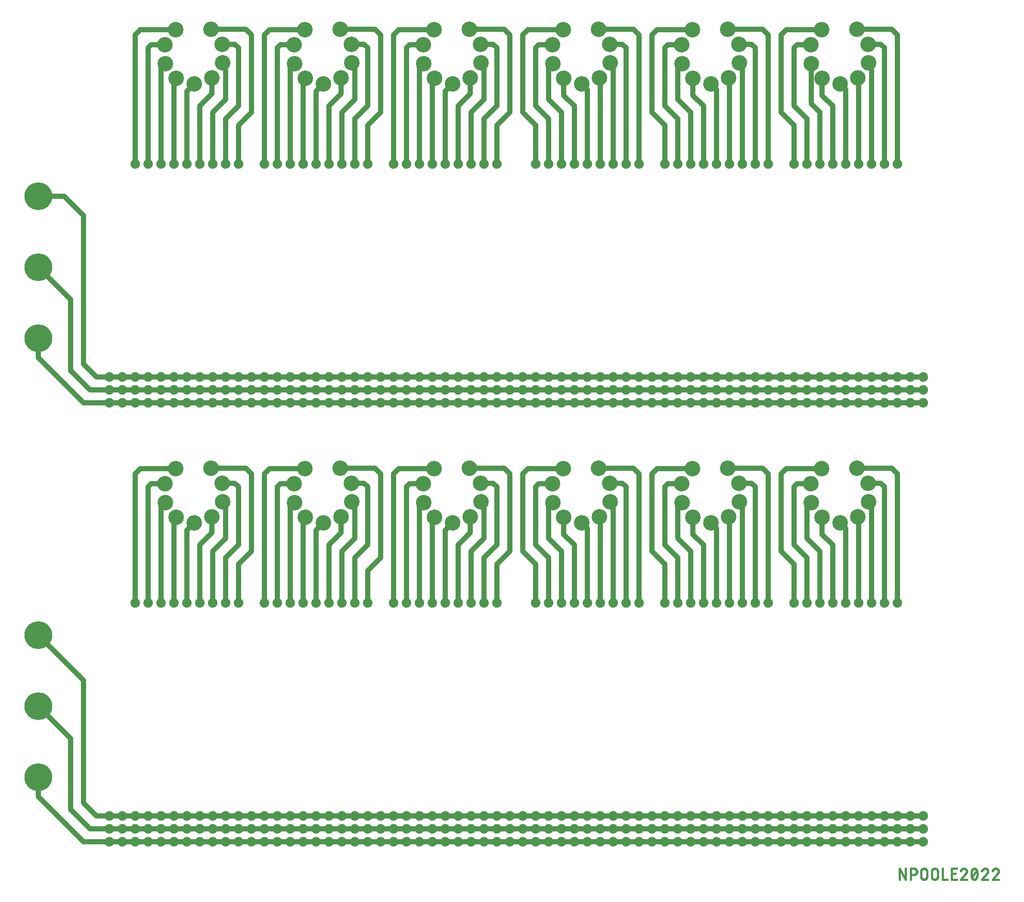
<source format=gtl>
G04 EAGLE Gerber RS-274X export*
G75*
%MOMM*%
%FSLAX34Y34*%
%LPD*%
%INTop Copper*%
%IPPOS*%
%AMOC8*
5,1,8,0,0,1.08239X$1,22.5*%
G01*
%ADD10C,0.381000*%
%ADD11C,3.048000*%
%ADD12C,1.879600*%
%ADD13C,5.461000*%
%ADD14C,1.016000*%
%ADD15C,0.508000*%


D10*
X1820184Y14605D02*
X1820184Y36195D01*
X1832179Y14605D01*
X1832179Y36195D01*
X1842758Y36195D02*
X1842758Y14605D01*
X1842758Y36195D02*
X1848755Y36195D01*
X1848908Y36193D01*
X1849061Y36187D01*
X1849214Y36177D01*
X1849367Y36164D01*
X1849519Y36146D01*
X1849670Y36125D01*
X1849821Y36099D01*
X1849972Y36070D01*
X1850121Y36037D01*
X1850270Y36000D01*
X1850418Y35960D01*
X1850564Y35916D01*
X1850710Y35867D01*
X1850854Y35816D01*
X1850997Y35760D01*
X1851138Y35701D01*
X1851278Y35639D01*
X1851416Y35572D01*
X1851552Y35503D01*
X1851687Y35429D01*
X1851820Y35353D01*
X1851950Y35273D01*
X1852079Y35190D01*
X1852205Y35103D01*
X1852329Y35013D01*
X1852451Y34921D01*
X1852571Y34825D01*
X1852687Y34726D01*
X1852802Y34624D01*
X1852914Y34519D01*
X1853023Y34411D01*
X1853129Y34301D01*
X1853232Y34188D01*
X1853333Y34072D01*
X1853430Y33954D01*
X1853524Y33834D01*
X1853616Y33711D01*
X1853704Y33585D01*
X1853789Y33458D01*
X1853870Y33328D01*
X1853949Y33197D01*
X1854023Y33063D01*
X1854095Y32927D01*
X1854163Y32790D01*
X1854227Y32651D01*
X1854288Y32511D01*
X1854345Y32369D01*
X1854399Y32225D01*
X1854449Y32080D01*
X1854495Y31934D01*
X1854538Y31787D01*
X1854576Y31639D01*
X1854611Y31490D01*
X1854642Y31340D01*
X1854670Y31189D01*
X1854693Y31038D01*
X1854712Y30886D01*
X1854728Y30733D01*
X1854740Y30581D01*
X1854748Y30428D01*
X1854752Y30275D01*
X1854752Y30121D01*
X1854748Y29968D01*
X1854740Y29815D01*
X1854728Y29663D01*
X1854712Y29510D01*
X1854693Y29358D01*
X1854670Y29207D01*
X1854642Y29056D01*
X1854611Y28906D01*
X1854576Y28757D01*
X1854538Y28609D01*
X1854495Y28462D01*
X1854449Y28316D01*
X1854399Y28171D01*
X1854345Y28027D01*
X1854288Y27885D01*
X1854227Y27745D01*
X1854163Y27606D01*
X1854095Y27469D01*
X1854023Y27333D01*
X1853949Y27200D01*
X1853870Y27068D01*
X1853789Y26938D01*
X1853704Y26811D01*
X1853616Y26685D01*
X1853524Y26562D01*
X1853430Y26442D01*
X1853333Y26324D01*
X1853232Y26208D01*
X1853129Y26095D01*
X1853023Y25985D01*
X1852914Y25877D01*
X1852802Y25772D01*
X1852687Y25670D01*
X1852571Y25571D01*
X1852451Y25475D01*
X1852329Y25383D01*
X1852205Y25293D01*
X1852079Y25206D01*
X1851950Y25123D01*
X1851820Y25043D01*
X1851687Y24967D01*
X1851552Y24893D01*
X1851416Y24824D01*
X1851278Y24757D01*
X1851138Y24695D01*
X1850997Y24636D01*
X1850854Y24580D01*
X1850710Y24529D01*
X1850564Y24480D01*
X1850418Y24436D01*
X1850270Y24396D01*
X1850121Y24359D01*
X1849972Y24326D01*
X1849821Y24297D01*
X1849670Y24271D01*
X1849519Y24250D01*
X1849367Y24232D01*
X1849214Y24219D01*
X1849061Y24209D01*
X1848908Y24203D01*
X1848755Y24201D01*
X1842758Y24201D01*
X1862638Y20602D02*
X1862638Y30198D01*
X1862640Y30351D01*
X1862646Y30504D01*
X1862656Y30657D01*
X1862669Y30810D01*
X1862687Y30962D01*
X1862708Y31113D01*
X1862734Y31264D01*
X1862763Y31415D01*
X1862796Y31564D01*
X1862833Y31713D01*
X1862873Y31861D01*
X1862917Y32007D01*
X1862966Y32153D01*
X1863017Y32297D01*
X1863073Y32440D01*
X1863132Y32581D01*
X1863194Y32721D01*
X1863261Y32859D01*
X1863330Y32995D01*
X1863404Y33130D01*
X1863480Y33263D01*
X1863560Y33393D01*
X1863643Y33522D01*
X1863730Y33648D01*
X1863820Y33772D01*
X1863912Y33894D01*
X1864008Y34014D01*
X1864107Y34130D01*
X1864209Y34245D01*
X1864314Y34357D01*
X1864422Y34466D01*
X1864532Y34572D01*
X1864645Y34675D01*
X1864761Y34776D01*
X1864879Y34873D01*
X1864999Y34967D01*
X1865122Y35059D01*
X1865248Y35147D01*
X1865375Y35232D01*
X1865505Y35313D01*
X1865637Y35392D01*
X1865770Y35466D01*
X1865906Y35538D01*
X1866043Y35606D01*
X1866182Y35670D01*
X1866322Y35731D01*
X1866464Y35788D01*
X1866608Y35842D01*
X1866753Y35892D01*
X1866899Y35938D01*
X1867046Y35981D01*
X1867194Y36019D01*
X1867343Y36054D01*
X1867493Y36085D01*
X1867644Y36113D01*
X1867795Y36136D01*
X1867947Y36155D01*
X1868100Y36171D01*
X1868252Y36183D01*
X1868405Y36191D01*
X1868558Y36195D01*
X1868712Y36195D01*
X1868865Y36191D01*
X1869018Y36183D01*
X1869170Y36171D01*
X1869323Y36155D01*
X1869475Y36136D01*
X1869626Y36113D01*
X1869777Y36085D01*
X1869927Y36054D01*
X1870076Y36019D01*
X1870224Y35981D01*
X1870371Y35938D01*
X1870517Y35892D01*
X1870662Y35842D01*
X1870806Y35788D01*
X1870948Y35731D01*
X1871088Y35670D01*
X1871227Y35606D01*
X1871364Y35538D01*
X1871500Y35466D01*
X1871634Y35392D01*
X1871765Y35313D01*
X1871895Y35232D01*
X1872022Y35147D01*
X1872148Y35059D01*
X1872271Y34967D01*
X1872391Y34873D01*
X1872509Y34776D01*
X1872625Y34675D01*
X1872738Y34572D01*
X1872848Y34466D01*
X1872956Y34357D01*
X1873061Y34245D01*
X1873163Y34130D01*
X1873262Y34014D01*
X1873358Y33894D01*
X1873450Y33772D01*
X1873540Y33648D01*
X1873627Y33522D01*
X1873710Y33393D01*
X1873790Y33263D01*
X1873866Y33130D01*
X1873940Y32995D01*
X1874009Y32859D01*
X1874076Y32721D01*
X1874138Y32581D01*
X1874197Y32440D01*
X1874253Y32297D01*
X1874304Y32153D01*
X1874353Y32007D01*
X1874397Y31861D01*
X1874437Y31713D01*
X1874474Y31564D01*
X1874507Y31415D01*
X1874536Y31264D01*
X1874562Y31113D01*
X1874583Y30962D01*
X1874601Y30810D01*
X1874614Y30657D01*
X1874624Y30504D01*
X1874630Y30351D01*
X1874632Y30198D01*
X1874632Y20602D01*
X1874630Y20449D01*
X1874624Y20296D01*
X1874614Y20143D01*
X1874601Y19990D01*
X1874583Y19838D01*
X1874562Y19687D01*
X1874536Y19536D01*
X1874507Y19385D01*
X1874474Y19236D01*
X1874437Y19087D01*
X1874397Y18939D01*
X1874353Y18793D01*
X1874304Y18647D01*
X1874253Y18503D01*
X1874197Y18360D01*
X1874138Y18219D01*
X1874076Y18079D01*
X1874009Y17941D01*
X1873940Y17805D01*
X1873866Y17670D01*
X1873790Y17537D01*
X1873710Y17407D01*
X1873627Y17278D01*
X1873540Y17152D01*
X1873450Y17028D01*
X1873358Y16906D01*
X1873262Y16786D01*
X1873163Y16670D01*
X1873061Y16555D01*
X1872956Y16443D01*
X1872848Y16334D01*
X1872738Y16228D01*
X1872625Y16125D01*
X1872509Y16024D01*
X1872391Y15927D01*
X1872271Y15833D01*
X1872148Y15741D01*
X1872022Y15653D01*
X1871895Y15568D01*
X1871765Y15487D01*
X1871634Y15408D01*
X1871500Y15334D01*
X1871364Y15262D01*
X1871227Y15194D01*
X1871088Y15130D01*
X1870948Y15069D01*
X1870806Y15012D01*
X1870662Y14958D01*
X1870517Y14908D01*
X1870371Y14862D01*
X1870224Y14819D01*
X1870076Y14781D01*
X1869927Y14746D01*
X1869777Y14715D01*
X1869626Y14687D01*
X1869475Y14664D01*
X1869323Y14645D01*
X1869170Y14629D01*
X1869018Y14617D01*
X1868865Y14609D01*
X1868712Y14605D01*
X1868558Y14605D01*
X1868405Y14609D01*
X1868252Y14617D01*
X1868100Y14629D01*
X1867947Y14645D01*
X1867795Y14664D01*
X1867644Y14687D01*
X1867493Y14715D01*
X1867343Y14746D01*
X1867194Y14781D01*
X1867046Y14819D01*
X1866899Y14862D01*
X1866753Y14908D01*
X1866608Y14958D01*
X1866464Y15012D01*
X1866322Y15069D01*
X1866182Y15130D01*
X1866043Y15194D01*
X1865906Y15262D01*
X1865770Y15334D01*
X1865637Y15408D01*
X1865505Y15487D01*
X1865375Y15568D01*
X1865248Y15653D01*
X1865122Y15741D01*
X1864999Y15833D01*
X1864879Y15927D01*
X1864761Y16024D01*
X1864645Y16125D01*
X1864532Y16228D01*
X1864422Y16334D01*
X1864314Y16443D01*
X1864209Y16555D01*
X1864107Y16670D01*
X1864008Y16786D01*
X1863912Y16906D01*
X1863820Y17028D01*
X1863730Y17152D01*
X1863643Y17278D01*
X1863560Y17407D01*
X1863480Y17537D01*
X1863404Y17670D01*
X1863330Y17805D01*
X1863261Y17941D01*
X1863194Y18079D01*
X1863132Y18219D01*
X1863073Y18360D01*
X1863017Y18503D01*
X1862966Y18647D01*
X1862917Y18793D01*
X1862873Y18939D01*
X1862833Y19087D01*
X1862796Y19236D01*
X1862763Y19385D01*
X1862734Y19536D01*
X1862708Y19687D01*
X1862687Y19838D01*
X1862669Y19990D01*
X1862656Y20143D01*
X1862646Y20296D01*
X1862640Y20449D01*
X1862638Y20602D01*
X1883517Y20602D02*
X1883517Y30198D01*
X1883519Y30351D01*
X1883525Y30504D01*
X1883535Y30657D01*
X1883548Y30810D01*
X1883566Y30962D01*
X1883587Y31113D01*
X1883613Y31264D01*
X1883642Y31415D01*
X1883675Y31564D01*
X1883712Y31713D01*
X1883752Y31861D01*
X1883796Y32007D01*
X1883845Y32153D01*
X1883896Y32297D01*
X1883952Y32440D01*
X1884011Y32581D01*
X1884073Y32721D01*
X1884140Y32859D01*
X1884209Y32995D01*
X1884283Y33130D01*
X1884359Y33263D01*
X1884439Y33393D01*
X1884522Y33522D01*
X1884609Y33648D01*
X1884699Y33772D01*
X1884791Y33894D01*
X1884887Y34014D01*
X1884986Y34130D01*
X1885088Y34245D01*
X1885193Y34357D01*
X1885301Y34466D01*
X1885411Y34572D01*
X1885524Y34675D01*
X1885640Y34776D01*
X1885758Y34873D01*
X1885878Y34967D01*
X1886001Y35059D01*
X1886127Y35147D01*
X1886254Y35232D01*
X1886384Y35313D01*
X1886516Y35392D01*
X1886649Y35466D01*
X1886785Y35538D01*
X1886922Y35606D01*
X1887061Y35670D01*
X1887201Y35731D01*
X1887343Y35788D01*
X1887487Y35842D01*
X1887632Y35892D01*
X1887778Y35938D01*
X1887925Y35981D01*
X1888073Y36019D01*
X1888222Y36054D01*
X1888372Y36085D01*
X1888523Y36113D01*
X1888674Y36136D01*
X1888826Y36155D01*
X1888979Y36171D01*
X1889131Y36183D01*
X1889284Y36191D01*
X1889437Y36195D01*
X1889591Y36195D01*
X1889744Y36191D01*
X1889897Y36183D01*
X1890049Y36171D01*
X1890202Y36155D01*
X1890354Y36136D01*
X1890505Y36113D01*
X1890656Y36085D01*
X1890806Y36054D01*
X1890955Y36019D01*
X1891103Y35981D01*
X1891250Y35938D01*
X1891396Y35892D01*
X1891541Y35842D01*
X1891685Y35788D01*
X1891827Y35731D01*
X1891967Y35670D01*
X1892106Y35606D01*
X1892243Y35538D01*
X1892379Y35466D01*
X1892513Y35392D01*
X1892644Y35313D01*
X1892774Y35232D01*
X1892901Y35147D01*
X1893027Y35059D01*
X1893150Y34967D01*
X1893270Y34873D01*
X1893388Y34776D01*
X1893504Y34675D01*
X1893617Y34572D01*
X1893727Y34466D01*
X1893835Y34357D01*
X1893940Y34245D01*
X1894042Y34130D01*
X1894141Y34014D01*
X1894237Y33894D01*
X1894329Y33772D01*
X1894419Y33648D01*
X1894506Y33522D01*
X1894589Y33393D01*
X1894669Y33263D01*
X1894745Y33130D01*
X1894819Y32995D01*
X1894888Y32859D01*
X1894955Y32721D01*
X1895017Y32581D01*
X1895076Y32440D01*
X1895132Y32297D01*
X1895183Y32153D01*
X1895232Y32007D01*
X1895276Y31861D01*
X1895316Y31713D01*
X1895353Y31564D01*
X1895386Y31415D01*
X1895415Y31264D01*
X1895441Y31113D01*
X1895462Y30962D01*
X1895480Y30810D01*
X1895493Y30657D01*
X1895503Y30504D01*
X1895509Y30351D01*
X1895511Y30198D01*
X1895511Y20602D01*
X1895509Y20449D01*
X1895503Y20296D01*
X1895493Y20143D01*
X1895480Y19990D01*
X1895462Y19838D01*
X1895441Y19687D01*
X1895415Y19536D01*
X1895386Y19385D01*
X1895353Y19236D01*
X1895316Y19087D01*
X1895276Y18939D01*
X1895232Y18793D01*
X1895183Y18647D01*
X1895132Y18503D01*
X1895076Y18360D01*
X1895017Y18219D01*
X1894955Y18079D01*
X1894888Y17941D01*
X1894819Y17805D01*
X1894745Y17670D01*
X1894669Y17537D01*
X1894589Y17407D01*
X1894506Y17278D01*
X1894419Y17152D01*
X1894329Y17028D01*
X1894237Y16906D01*
X1894141Y16786D01*
X1894042Y16670D01*
X1893940Y16555D01*
X1893835Y16443D01*
X1893727Y16334D01*
X1893617Y16228D01*
X1893504Y16125D01*
X1893388Y16024D01*
X1893270Y15927D01*
X1893150Y15833D01*
X1893027Y15741D01*
X1892901Y15653D01*
X1892774Y15568D01*
X1892644Y15487D01*
X1892513Y15408D01*
X1892379Y15334D01*
X1892243Y15262D01*
X1892106Y15194D01*
X1891967Y15130D01*
X1891827Y15069D01*
X1891685Y15012D01*
X1891541Y14958D01*
X1891396Y14908D01*
X1891250Y14862D01*
X1891103Y14819D01*
X1890955Y14781D01*
X1890806Y14746D01*
X1890656Y14715D01*
X1890505Y14687D01*
X1890354Y14664D01*
X1890202Y14645D01*
X1890049Y14629D01*
X1889897Y14617D01*
X1889744Y14609D01*
X1889591Y14605D01*
X1889437Y14605D01*
X1889284Y14609D01*
X1889131Y14617D01*
X1888979Y14629D01*
X1888826Y14645D01*
X1888674Y14664D01*
X1888523Y14687D01*
X1888372Y14715D01*
X1888222Y14746D01*
X1888073Y14781D01*
X1887925Y14819D01*
X1887778Y14862D01*
X1887632Y14908D01*
X1887487Y14958D01*
X1887343Y15012D01*
X1887201Y15069D01*
X1887061Y15130D01*
X1886922Y15194D01*
X1886785Y15262D01*
X1886649Y15334D01*
X1886516Y15408D01*
X1886384Y15487D01*
X1886254Y15568D01*
X1886127Y15653D01*
X1886001Y15741D01*
X1885878Y15833D01*
X1885758Y15927D01*
X1885640Y16024D01*
X1885524Y16125D01*
X1885411Y16228D01*
X1885301Y16334D01*
X1885193Y16443D01*
X1885088Y16555D01*
X1884986Y16670D01*
X1884887Y16786D01*
X1884791Y16906D01*
X1884699Y17028D01*
X1884609Y17152D01*
X1884522Y17278D01*
X1884439Y17407D01*
X1884359Y17537D01*
X1884283Y17670D01*
X1884209Y17805D01*
X1884140Y17941D01*
X1884073Y18079D01*
X1884011Y18219D01*
X1883952Y18360D01*
X1883896Y18503D01*
X1883845Y18647D01*
X1883796Y18793D01*
X1883752Y18939D01*
X1883712Y19087D01*
X1883675Y19236D01*
X1883642Y19385D01*
X1883613Y19536D01*
X1883587Y19687D01*
X1883566Y19838D01*
X1883548Y19990D01*
X1883535Y20143D01*
X1883525Y20296D01*
X1883519Y20449D01*
X1883517Y20602D01*
X1905141Y14605D02*
X1905141Y36195D01*
X1905141Y14605D02*
X1914737Y14605D01*
X1923236Y14605D02*
X1932832Y14605D01*
X1923236Y14605D02*
X1923236Y36195D01*
X1932832Y36195D01*
X1930433Y26599D02*
X1923236Y26599D01*
X1947182Y36195D02*
X1947328Y36193D01*
X1947474Y36187D01*
X1947620Y36177D01*
X1947766Y36163D01*
X1947911Y36146D01*
X1948055Y36124D01*
X1948199Y36098D01*
X1948342Y36069D01*
X1948485Y36035D01*
X1948626Y35998D01*
X1948766Y35957D01*
X1948906Y35912D01*
X1949043Y35864D01*
X1949180Y35812D01*
X1949315Y35756D01*
X1949449Y35696D01*
X1949580Y35633D01*
X1949710Y35566D01*
X1949839Y35496D01*
X1949965Y35422D01*
X1950089Y35345D01*
X1950211Y35265D01*
X1950331Y35181D01*
X1950449Y35094D01*
X1950564Y35004D01*
X1950677Y34911D01*
X1950787Y34815D01*
X1950894Y34716D01*
X1950999Y34614D01*
X1951101Y34509D01*
X1951200Y34402D01*
X1951296Y34292D01*
X1951389Y34179D01*
X1951479Y34064D01*
X1951566Y33946D01*
X1951650Y33826D01*
X1951730Y33704D01*
X1951807Y33580D01*
X1951881Y33454D01*
X1951951Y33325D01*
X1952018Y33195D01*
X1952081Y33064D01*
X1952141Y32930D01*
X1952197Y32795D01*
X1952249Y32658D01*
X1952297Y32521D01*
X1952342Y32381D01*
X1952383Y32241D01*
X1952420Y32100D01*
X1952454Y31957D01*
X1952483Y31814D01*
X1952509Y31670D01*
X1952531Y31526D01*
X1952548Y31381D01*
X1952562Y31235D01*
X1952572Y31089D01*
X1952578Y30943D01*
X1952580Y30797D01*
X1947182Y36195D02*
X1947014Y36193D01*
X1946847Y36187D01*
X1946679Y36177D01*
X1946512Y36163D01*
X1946346Y36144D01*
X1946179Y36122D01*
X1946014Y36096D01*
X1945849Y36066D01*
X1945685Y36031D01*
X1945521Y35993D01*
X1945359Y35951D01*
X1945198Y35905D01*
X1945038Y35855D01*
X1944879Y35801D01*
X1944721Y35744D01*
X1944565Y35682D01*
X1944411Y35617D01*
X1944258Y35548D01*
X1944107Y35476D01*
X1943957Y35400D01*
X1943810Y35320D01*
X1943664Y35236D01*
X1943521Y35150D01*
X1943380Y35059D01*
X1943240Y34966D01*
X1943104Y34869D01*
X1942969Y34769D01*
X1942837Y34665D01*
X1942708Y34558D01*
X1942581Y34449D01*
X1942457Y34336D01*
X1942336Y34220D01*
X1942217Y34101D01*
X1942101Y33980D01*
X1941989Y33856D01*
X1941879Y33729D01*
X1941773Y33599D01*
X1941669Y33467D01*
X1941569Y33333D01*
X1941473Y33196D01*
X1941379Y33057D01*
X1941289Y32915D01*
X1941202Y32772D01*
X1941119Y32626D01*
X1941040Y32478D01*
X1940964Y32329D01*
X1940891Y32178D01*
X1940823Y32025D01*
X1940758Y31870D01*
X1940696Y31714D01*
X1940639Y31556D01*
X1940585Y31397D01*
X1950780Y26599D02*
X1950888Y26705D01*
X1950994Y26814D01*
X1951096Y26925D01*
X1951196Y27039D01*
X1951293Y27156D01*
X1951386Y27275D01*
X1951477Y27396D01*
X1951564Y27520D01*
X1951648Y27646D01*
X1951728Y27774D01*
X1951806Y27904D01*
X1951880Y28036D01*
X1951950Y28171D01*
X1952017Y28306D01*
X1952080Y28444D01*
X1952140Y28583D01*
X1952196Y28724D01*
X1952248Y28866D01*
X1952297Y29009D01*
X1952341Y29154D01*
X1952382Y29300D01*
X1952420Y29447D01*
X1952453Y29594D01*
X1952482Y29743D01*
X1952508Y29892D01*
X1952530Y30042D01*
X1952547Y30192D01*
X1952561Y30343D01*
X1952571Y30494D01*
X1952577Y30646D01*
X1952579Y30797D01*
X1950780Y26599D02*
X1940585Y14605D01*
X1952580Y14605D01*
X1961464Y25400D02*
X1961469Y25825D01*
X1961484Y26249D01*
X1961510Y26673D01*
X1961545Y27096D01*
X1961591Y27519D01*
X1961646Y27940D01*
X1961712Y28359D01*
X1961788Y28777D01*
X1961873Y29193D01*
X1961969Y29607D01*
X1962074Y30019D01*
X1962189Y30428D01*
X1962314Y30834D01*
X1962449Y31237D01*
X1962593Y31636D01*
X1962746Y32032D01*
X1962909Y32424D01*
X1963082Y32812D01*
X1963263Y33196D01*
X1963307Y33320D01*
X1963355Y33442D01*
X1963407Y33562D01*
X1963462Y33681D01*
X1963520Y33798D01*
X1963582Y33914D01*
X1963648Y34027D01*
X1963716Y34139D01*
X1963788Y34249D01*
X1963864Y34356D01*
X1963942Y34461D01*
X1964023Y34564D01*
X1964108Y34664D01*
X1964195Y34762D01*
X1964285Y34857D01*
X1964378Y34949D01*
X1964474Y35039D01*
X1964572Y35126D01*
X1964673Y35210D01*
X1964776Y35291D01*
X1964881Y35368D01*
X1964989Y35443D01*
X1965099Y35514D01*
X1965211Y35582D01*
X1965325Y35647D01*
X1965441Y35709D01*
X1965558Y35767D01*
X1965678Y35821D01*
X1965799Y35872D01*
X1965921Y35919D01*
X1966044Y35963D01*
X1966169Y36003D01*
X1966295Y36039D01*
X1966422Y36072D01*
X1966550Y36100D01*
X1966679Y36125D01*
X1966808Y36147D01*
X1966938Y36164D01*
X1967068Y36178D01*
X1967199Y36187D01*
X1967330Y36193D01*
X1967461Y36195D01*
X1967592Y36193D01*
X1967723Y36187D01*
X1967854Y36178D01*
X1967984Y36164D01*
X1968114Y36147D01*
X1968243Y36125D01*
X1968372Y36100D01*
X1968500Y36072D01*
X1968627Y36039D01*
X1968753Y36003D01*
X1968878Y35963D01*
X1969001Y35919D01*
X1969123Y35872D01*
X1969244Y35821D01*
X1969364Y35767D01*
X1969481Y35709D01*
X1969597Y35647D01*
X1969711Y35582D01*
X1969823Y35514D01*
X1969933Y35443D01*
X1970041Y35368D01*
X1970146Y35291D01*
X1970249Y35210D01*
X1970350Y35126D01*
X1970448Y35039D01*
X1970544Y34949D01*
X1970637Y34857D01*
X1970727Y34762D01*
X1970814Y34664D01*
X1970899Y34564D01*
X1970980Y34461D01*
X1971058Y34356D01*
X1971134Y34249D01*
X1971206Y34139D01*
X1971274Y34027D01*
X1971340Y33914D01*
X1971402Y33798D01*
X1971460Y33681D01*
X1971515Y33562D01*
X1971567Y33442D01*
X1971615Y33320D01*
X1971659Y33196D01*
X1971660Y33197D02*
X1971841Y32813D01*
X1972014Y32424D01*
X1972177Y32032D01*
X1972330Y31636D01*
X1972474Y31237D01*
X1972609Y30834D01*
X1972734Y30428D01*
X1972849Y30019D01*
X1972954Y29607D01*
X1973050Y29194D01*
X1973135Y28777D01*
X1973211Y28360D01*
X1973277Y27940D01*
X1973332Y27519D01*
X1973378Y27096D01*
X1973413Y26673D01*
X1973439Y26249D01*
X1973454Y25825D01*
X1973459Y25400D01*
X1961464Y25400D02*
X1961469Y24975D01*
X1961484Y24551D01*
X1961510Y24127D01*
X1961545Y23704D01*
X1961591Y23281D01*
X1961646Y22860D01*
X1961712Y22441D01*
X1961788Y22023D01*
X1961873Y21607D01*
X1961969Y21193D01*
X1962074Y20781D01*
X1962189Y20372D01*
X1962314Y19966D01*
X1962449Y19564D01*
X1962593Y19164D01*
X1962746Y18768D01*
X1962909Y18376D01*
X1963082Y17988D01*
X1963263Y17604D01*
X1963307Y17480D01*
X1963355Y17358D01*
X1963407Y17238D01*
X1963462Y17119D01*
X1963520Y17002D01*
X1963582Y16886D01*
X1963648Y16773D01*
X1963716Y16661D01*
X1963788Y16551D01*
X1963864Y16444D01*
X1963942Y16339D01*
X1964023Y16236D01*
X1964108Y16136D01*
X1964195Y16038D01*
X1964285Y15943D01*
X1964378Y15851D01*
X1964474Y15761D01*
X1964572Y15674D01*
X1964673Y15590D01*
X1964776Y15509D01*
X1964881Y15432D01*
X1964989Y15357D01*
X1965099Y15286D01*
X1965211Y15218D01*
X1965325Y15153D01*
X1965441Y15091D01*
X1965559Y15033D01*
X1965678Y14979D01*
X1965799Y14928D01*
X1965921Y14881D01*
X1966044Y14837D01*
X1966169Y14797D01*
X1966295Y14761D01*
X1966422Y14728D01*
X1966550Y14700D01*
X1966679Y14675D01*
X1966808Y14653D01*
X1966938Y14636D01*
X1967068Y14622D01*
X1967199Y14613D01*
X1967330Y14607D01*
X1967461Y14605D01*
X1971660Y17603D02*
X1971841Y17987D01*
X1972014Y18376D01*
X1972177Y18768D01*
X1972330Y19164D01*
X1972474Y19563D01*
X1972609Y19966D01*
X1972734Y20372D01*
X1972849Y20781D01*
X1972954Y21193D01*
X1973050Y21607D01*
X1973135Y22023D01*
X1973211Y22440D01*
X1973277Y22860D01*
X1973332Y23281D01*
X1973378Y23704D01*
X1973413Y24127D01*
X1973439Y24551D01*
X1973454Y24975D01*
X1973459Y25400D01*
X1971659Y17604D02*
X1971615Y17480D01*
X1971567Y17358D01*
X1971515Y17238D01*
X1971460Y17119D01*
X1971402Y17002D01*
X1971340Y16886D01*
X1971274Y16773D01*
X1971206Y16661D01*
X1971134Y16551D01*
X1971058Y16444D01*
X1970980Y16339D01*
X1970899Y16236D01*
X1970814Y16136D01*
X1970727Y16038D01*
X1970637Y15943D01*
X1970544Y15851D01*
X1970448Y15761D01*
X1970350Y15674D01*
X1970249Y15590D01*
X1970146Y15509D01*
X1970041Y15432D01*
X1969933Y15357D01*
X1969823Y15286D01*
X1969711Y15218D01*
X1969597Y15153D01*
X1969481Y15091D01*
X1969364Y15033D01*
X1969244Y14979D01*
X1969123Y14928D01*
X1969001Y14881D01*
X1968878Y14837D01*
X1968753Y14797D01*
X1968627Y14761D01*
X1968500Y14728D01*
X1968372Y14700D01*
X1968243Y14675D01*
X1968114Y14653D01*
X1967984Y14636D01*
X1967854Y14622D01*
X1967723Y14613D01*
X1967592Y14607D01*
X1967461Y14605D01*
X1962663Y19403D02*
X1972259Y31397D01*
X1988940Y36195D02*
X1989086Y36193D01*
X1989232Y36187D01*
X1989378Y36177D01*
X1989524Y36163D01*
X1989669Y36146D01*
X1989813Y36124D01*
X1989957Y36098D01*
X1990100Y36069D01*
X1990243Y36035D01*
X1990384Y35998D01*
X1990524Y35957D01*
X1990664Y35912D01*
X1990801Y35864D01*
X1990938Y35812D01*
X1991073Y35756D01*
X1991207Y35696D01*
X1991338Y35633D01*
X1991468Y35566D01*
X1991597Y35496D01*
X1991723Y35422D01*
X1991847Y35345D01*
X1991969Y35265D01*
X1992089Y35181D01*
X1992207Y35094D01*
X1992322Y35004D01*
X1992435Y34911D01*
X1992545Y34815D01*
X1992652Y34716D01*
X1992757Y34614D01*
X1992859Y34509D01*
X1992958Y34402D01*
X1993054Y34292D01*
X1993147Y34179D01*
X1993237Y34064D01*
X1993324Y33946D01*
X1993408Y33826D01*
X1993488Y33704D01*
X1993565Y33580D01*
X1993639Y33454D01*
X1993709Y33325D01*
X1993776Y33195D01*
X1993839Y33064D01*
X1993899Y32930D01*
X1993955Y32795D01*
X1994007Y32658D01*
X1994055Y32521D01*
X1994100Y32381D01*
X1994141Y32241D01*
X1994178Y32100D01*
X1994212Y31957D01*
X1994241Y31814D01*
X1994267Y31670D01*
X1994289Y31526D01*
X1994306Y31381D01*
X1994320Y31235D01*
X1994330Y31089D01*
X1994336Y30943D01*
X1994338Y30797D01*
X1988940Y36195D02*
X1988772Y36193D01*
X1988605Y36187D01*
X1988437Y36177D01*
X1988270Y36163D01*
X1988104Y36144D01*
X1987937Y36122D01*
X1987772Y36096D01*
X1987607Y36066D01*
X1987443Y36031D01*
X1987279Y35993D01*
X1987117Y35951D01*
X1986956Y35905D01*
X1986796Y35855D01*
X1986637Y35801D01*
X1986479Y35744D01*
X1986323Y35682D01*
X1986169Y35617D01*
X1986016Y35548D01*
X1985865Y35476D01*
X1985715Y35400D01*
X1985568Y35320D01*
X1985422Y35236D01*
X1985279Y35150D01*
X1985138Y35059D01*
X1984998Y34966D01*
X1984862Y34869D01*
X1984727Y34769D01*
X1984595Y34665D01*
X1984466Y34558D01*
X1984339Y34449D01*
X1984215Y34336D01*
X1984094Y34220D01*
X1983975Y34101D01*
X1983859Y33980D01*
X1983747Y33856D01*
X1983637Y33729D01*
X1983531Y33599D01*
X1983427Y33467D01*
X1983327Y33333D01*
X1983231Y33196D01*
X1983137Y33057D01*
X1983047Y32915D01*
X1982960Y32772D01*
X1982877Y32626D01*
X1982798Y32478D01*
X1982722Y32329D01*
X1982649Y32178D01*
X1982581Y32025D01*
X1982516Y31870D01*
X1982454Y31714D01*
X1982397Y31556D01*
X1982343Y31397D01*
X1992538Y26599D02*
X1992646Y26705D01*
X1992752Y26814D01*
X1992854Y26925D01*
X1992954Y27039D01*
X1993051Y27156D01*
X1993144Y27275D01*
X1993235Y27396D01*
X1993322Y27520D01*
X1993406Y27646D01*
X1993486Y27774D01*
X1993564Y27904D01*
X1993638Y28036D01*
X1993708Y28171D01*
X1993775Y28306D01*
X1993838Y28444D01*
X1993898Y28583D01*
X1993954Y28724D01*
X1994006Y28866D01*
X1994055Y29009D01*
X1994099Y29154D01*
X1994140Y29300D01*
X1994178Y29447D01*
X1994211Y29594D01*
X1994240Y29743D01*
X1994266Y29892D01*
X1994288Y30042D01*
X1994305Y30192D01*
X1994319Y30343D01*
X1994329Y30494D01*
X1994335Y30646D01*
X1994337Y30797D01*
X1992538Y26599D02*
X1982343Y14605D01*
X1994337Y14605D01*
X2015216Y30797D02*
X2015214Y30943D01*
X2015208Y31089D01*
X2015198Y31235D01*
X2015184Y31381D01*
X2015167Y31526D01*
X2015145Y31670D01*
X2015119Y31814D01*
X2015090Y31957D01*
X2015056Y32100D01*
X2015019Y32241D01*
X2014978Y32381D01*
X2014933Y32521D01*
X2014885Y32658D01*
X2014833Y32795D01*
X2014777Y32930D01*
X2014717Y33064D01*
X2014654Y33195D01*
X2014587Y33325D01*
X2014517Y33454D01*
X2014443Y33580D01*
X2014366Y33704D01*
X2014286Y33826D01*
X2014202Y33946D01*
X2014115Y34064D01*
X2014025Y34179D01*
X2013932Y34292D01*
X2013836Y34402D01*
X2013737Y34509D01*
X2013635Y34614D01*
X2013530Y34716D01*
X2013423Y34815D01*
X2013313Y34911D01*
X2013200Y35004D01*
X2013085Y35094D01*
X2012967Y35181D01*
X2012847Y35265D01*
X2012725Y35345D01*
X2012601Y35422D01*
X2012475Y35496D01*
X2012346Y35566D01*
X2012216Y35633D01*
X2012085Y35696D01*
X2011951Y35756D01*
X2011816Y35812D01*
X2011679Y35864D01*
X2011542Y35912D01*
X2011402Y35957D01*
X2011262Y35998D01*
X2011121Y36035D01*
X2010978Y36069D01*
X2010835Y36098D01*
X2010691Y36124D01*
X2010547Y36146D01*
X2010402Y36163D01*
X2010256Y36177D01*
X2010110Y36187D01*
X2009964Y36193D01*
X2009818Y36195D01*
X2009650Y36193D01*
X2009483Y36187D01*
X2009315Y36177D01*
X2009148Y36163D01*
X2008982Y36144D01*
X2008815Y36122D01*
X2008650Y36096D01*
X2008485Y36066D01*
X2008321Y36031D01*
X2008157Y35993D01*
X2007995Y35951D01*
X2007834Y35905D01*
X2007674Y35855D01*
X2007515Y35801D01*
X2007357Y35744D01*
X2007201Y35682D01*
X2007047Y35617D01*
X2006894Y35548D01*
X2006743Y35476D01*
X2006593Y35400D01*
X2006446Y35320D01*
X2006300Y35236D01*
X2006157Y35150D01*
X2006016Y35059D01*
X2005876Y34966D01*
X2005740Y34869D01*
X2005605Y34769D01*
X2005473Y34665D01*
X2005344Y34558D01*
X2005217Y34449D01*
X2005093Y34336D01*
X2004972Y34220D01*
X2004853Y34101D01*
X2004737Y33980D01*
X2004625Y33856D01*
X2004515Y33729D01*
X2004409Y33599D01*
X2004305Y33467D01*
X2004205Y33333D01*
X2004109Y33196D01*
X2004015Y33057D01*
X2003925Y32915D01*
X2003838Y32772D01*
X2003755Y32626D01*
X2003676Y32478D01*
X2003600Y32329D01*
X2003527Y32178D01*
X2003459Y32025D01*
X2003394Y31870D01*
X2003332Y31714D01*
X2003275Y31556D01*
X2003221Y31397D01*
X2013417Y26599D02*
X2013525Y26705D01*
X2013631Y26814D01*
X2013733Y26925D01*
X2013833Y27039D01*
X2013930Y27156D01*
X2014023Y27275D01*
X2014114Y27396D01*
X2014201Y27520D01*
X2014285Y27646D01*
X2014365Y27774D01*
X2014443Y27904D01*
X2014517Y28036D01*
X2014587Y28171D01*
X2014654Y28306D01*
X2014717Y28444D01*
X2014777Y28583D01*
X2014833Y28724D01*
X2014885Y28866D01*
X2014934Y29009D01*
X2014978Y29154D01*
X2015019Y29300D01*
X2015057Y29447D01*
X2015090Y29594D01*
X2015119Y29743D01*
X2015145Y29892D01*
X2015167Y30042D01*
X2015184Y30192D01*
X2015198Y30343D01*
X2015208Y30494D01*
X2015214Y30646D01*
X2015216Y30797D01*
X2013417Y26599D02*
X2003221Y14605D01*
X2015216Y14605D01*
D11*
X466761Y1687442D03*
X488664Y1658107D03*
X489141Y1621502D03*
X468010Y1591607D03*
X433343Y1579841D03*
X398382Y1590700D03*
X376480Y1620034D03*
X376003Y1656640D03*
X397133Y1686535D03*
X720761Y1687442D03*
X742664Y1658107D03*
X743141Y1621502D03*
X722010Y1591607D03*
X687343Y1579841D03*
X652382Y1590700D03*
X630480Y1620034D03*
X630003Y1656640D03*
X651133Y1686535D03*
X974761Y1687442D03*
X996664Y1658107D03*
X997141Y1621502D03*
X976010Y1591607D03*
X941343Y1579841D03*
X906382Y1590700D03*
X884480Y1620034D03*
X884003Y1656640D03*
X905133Y1686535D03*
X1228761Y1687442D03*
X1250664Y1658107D03*
X1251141Y1621502D03*
X1230010Y1591607D03*
X1195343Y1579841D03*
X1160382Y1590700D03*
X1138480Y1620034D03*
X1138003Y1656640D03*
X1159133Y1686535D03*
X1482761Y1687442D03*
X1504664Y1658107D03*
X1505141Y1621502D03*
X1484010Y1591607D03*
X1449343Y1579841D03*
X1414382Y1590700D03*
X1392480Y1620034D03*
X1392003Y1656640D03*
X1413133Y1686535D03*
X1736761Y1687442D03*
X1758664Y1658107D03*
X1759141Y1621502D03*
X1738010Y1591607D03*
X1703343Y1579841D03*
X1668382Y1590700D03*
X1646480Y1620034D03*
X1646003Y1656640D03*
X1667133Y1686535D03*
X466761Y823842D03*
X488664Y794507D03*
X489141Y757902D03*
X468010Y728007D03*
X433343Y716241D03*
X398382Y727100D03*
X376480Y756434D03*
X376003Y793040D03*
X397133Y822935D03*
X720761Y823842D03*
X742664Y794507D03*
X743141Y757902D03*
X722010Y728007D03*
X687343Y716241D03*
X652382Y727100D03*
X630480Y756434D03*
X630003Y793040D03*
X651133Y822935D03*
X974761Y823842D03*
X996664Y794507D03*
X997141Y757902D03*
X976010Y728007D03*
X941343Y716241D03*
X906382Y727100D03*
X884480Y756434D03*
X884003Y793040D03*
X905133Y822935D03*
X1228761Y823842D03*
X1250664Y794507D03*
X1251141Y757902D03*
X1230010Y728007D03*
X1195343Y716241D03*
X1160382Y727100D03*
X1138480Y756434D03*
X1138003Y793040D03*
X1159133Y822935D03*
X1482761Y823842D03*
X1504664Y794507D03*
X1505141Y757902D03*
X1484010Y728007D03*
X1449343Y716241D03*
X1414382Y727100D03*
X1392480Y756434D03*
X1392003Y793040D03*
X1413133Y822935D03*
X1736761Y823842D03*
X1758664Y794507D03*
X1759141Y757902D03*
X1738010Y728007D03*
X1703343Y716241D03*
X1668382Y727100D03*
X1646480Y756434D03*
X1646003Y793040D03*
X1667133Y822935D03*
D12*
X266700Y114300D03*
X292100Y114300D03*
X317500Y114300D03*
X342900Y114300D03*
X368300Y114300D03*
X393700Y114300D03*
X419100Y114300D03*
X444500Y114300D03*
X469900Y114300D03*
X495300Y114300D03*
X520700Y114300D03*
X546100Y114300D03*
X571500Y114300D03*
X596900Y114300D03*
X622300Y114300D03*
X647700Y114300D03*
X673100Y114300D03*
X698500Y114300D03*
X723900Y114300D03*
X749300Y114300D03*
X774700Y114300D03*
X800100Y114300D03*
X825500Y114300D03*
X850900Y114300D03*
X876300Y114300D03*
X901700Y114300D03*
X927100Y114300D03*
X952500Y114300D03*
X977900Y114300D03*
X1003300Y114300D03*
X1028700Y114300D03*
X1054100Y114300D03*
X1079500Y114300D03*
X1104900Y114300D03*
X1130300Y114300D03*
X1155700Y114300D03*
X1181100Y114300D03*
X1206500Y114300D03*
X1231900Y114300D03*
X1257300Y114300D03*
X1282700Y114300D03*
X1308100Y114300D03*
X1333500Y114300D03*
X1358900Y114300D03*
X1384300Y114300D03*
X1409700Y114300D03*
X1435100Y114300D03*
X1460500Y114300D03*
X1485900Y114300D03*
X1511300Y114300D03*
X1536700Y114300D03*
X1562100Y114300D03*
X1587500Y114300D03*
X1612900Y114300D03*
X1638300Y114300D03*
X1663700Y114300D03*
X1689100Y114300D03*
X1714500Y114300D03*
X1739900Y114300D03*
X1765300Y114300D03*
X1790700Y114300D03*
X1816100Y114300D03*
X1841500Y114300D03*
X1866900Y114300D03*
X266700Y139700D03*
X292100Y139700D03*
X317500Y139700D03*
X342900Y139700D03*
X368300Y139700D03*
X393700Y139700D03*
X419100Y139700D03*
X444500Y139700D03*
X469900Y139700D03*
X495300Y139700D03*
X520700Y139700D03*
X546100Y139700D03*
X571500Y139700D03*
X596900Y139700D03*
X622300Y139700D03*
X647700Y139700D03*
X673100Y139700D03*
X698500Y139700D03*
X723900Y139700D03*
X749300Y139700D03*
X774700Y139700D03*
X800100Y139700D03*
X825500Y139700D03*
X850900Y139700D03*
X876300Y139700D03*
X901700Y139700D03*
X927100Y139700D03*
X952500Y139700D03*
X977900Y139700D03*
X1003300Y139700D03*
X1028700Y139700D03*
X1054100Y139700D03*
X1079500Y139700D03*
X1104900Y139700D03*
X1130300Y139700D03*
X1155700Y139700D03*
X1181100Y139700D03*
X1206500Y139700D03*
X1231900Y139700D03*
X1257300Y139700D03*
X1282700Y139700D03*
X1308100Y139700D03*
X1333500Y139700D03*
X1358900Y139700D03*
X1384300Y139700D03*
X1409700Y139700D03*
X1435100Y139700D03*
X1460500Y139700D03*
X1485900Y139700D03*
X1511300Y139700D03*
X1536700Y139700D03*
X1562100Y139700D03*
X1587500Y139700D03*
X1612900Y139700D03*
X1638300Y139700D03*
X1663700Y139700D03*
X1689100Y139700D03*
X1714500Y139700D03*
X1739900Y139700D03*
X1765300Y139700D03*
X1790700Y139700D03*
X1816100Y139700D03*
X1841500Y139700D03*
X1866900Y139700D03*
X266700Y1003300D03*
X292100Y1003300D03*
X317500Y1003300D03*
X342900Y1003300D03*
X368300Y1003300D03*
X393700Y1003300D03*
X419100Y1003300D03*
X444500Y1003300D03*
X469900Y1003300D03*
X495300Y1003300D03*
X520700Y1003300D03*
X546100Y1003300D03*
X571500Y1003300D03*
X596900Y1003300D03*
X622300Y1003300D03*
X647700Y1003300D03*
X673100Y1003300D03*
X698500Y1003300D03*
X723900Y1003300D03*
X749300Y1003300D03*
X774700Y1003300D03*
X800100Y1003300D03*
X825500Y1003300D03*
X850900Y1003300D03*
X876300Y1003300D03*
X901700Y1003300D03*
X927100Y1003300D03*
X952500Y1003300D03*
X977900Y1003300D03*
X1003300Y1003300D03*
X1028700Y1003300D03*
X1054100Y1003300D03*
X1079500Y1003300D03*
X1104900Y1003300D03*
X1130300Y1003300D03*
X1155700Y1003300D03*
X1181100Y1003300D03*
X1206500Y1003300D03*
X1231900Y1003300D03*
X1257300Y1003300D03*
X1282700Y1003300D03*
X1308100Y1003300D03*
X1333500Y1003300D03*
X1358900Y1003300D03*
X1384300Y1003300D03*
X1409700Y1003300D03*
X1435100Y1003300D03*
X1460500Y1003300D03*
X1485900Y1003300D03*
X1511300Y1003300D03*
X1536700Y1003300D03*
X1562100Y1003300D03*
X1587500Y1003300D03*
X1612900Y1003300D03*
X1638300Y1003300D03*
X1663700Y1003300D03*
X1689100Y1003300D03*
X1714500Y1003300D03*
X1739900Y1003300D03*
X1765300Y1003300D03*
X1790700Y1003300D03*
X1816100Y1003300D03*
X1841500Y1003300D03*
X1866900Y1003300D03*
X266700Y977900D03*
X292100Y977900D03*
X317500Y977900D03*
X342900Y977900D03*
X368300Y977900D03*
X393700Y977900D03*
X419100Y977900D03*
X444500Y977900D03*
X469900Y977900D03*
X495300Y977900D03*
X520700Y977900D03*
X546100Y977900D03*
X571500Y977900D03*
X596900Y977900D03*
X622300Y977900D03*
X647700Y977900D03*
X673100Y977900D03*
X698500Y977900D03*
X723900Y977900D03*
X749300Y977900D03*
X774700Y977900D03*
X800100Y977900D03*
X825500Y977900D03*
X850900Y977900D03*
X876300Y977900D03*
X901700Y977900D03*
X927100Y977900D03*
X952500Y977900D03*
X977900Y977900D03*
X1003300Y977900D03*
X1028700Y977900D03*
X1054100Y977900D03*
X1079500Y977900D03*
X1104900Y977900D03*
X1130300Y977900D03*
X1155700Y977900D03*
X1181100Y977900D03*
X1206500Y977900D03*
X1231900Y977900D03*
X1257300Y977900D03*
X1282700Y977900D03*
X1308100Y977900D03*
X1333500Y977900D03*
X1358900Y977900D03*
X1384300Y977900D03*
X1409700Y977900D03*
X1435100Y977900D03*
X1460500Y977900D03*
X1485900Y977900D03*
X1511300Y977900D03*
X1536700Y977900D03*
X1562100Y977900D03*
X1587500Y977900D03*
X1612900Y977900D03*
X1638300Y977900D03*
X1663700Y977900D03*
X1689100Y977900D03*
X1714500Y977900D03*
X1739900Y977900D03*
X1765300Y977900D03*
X1790700Y977900D03*
X1816100Y977900D03*
X1841500Y977900D03*
X1866900Y977900D03*
X266700Y952500D03*
X292100Y952500D03*
X317500Y952500D03*
X342900Y952500D03*
X368300Y952500D03*
X393700Y952500D03*
X419100Y952500D03*
X444500Y952500D03*
X469900Y952500D03*
X495300Y952500D03*
X520700Y952500D03*
X546100Y952500D03*
X571500Y952500D03*
X596900Y952500D03*
X622300Y952500D03*
X647700Y952500D03*
X673100Y952500D03*
X698500Y952500D03*
X723900Y952500D03*
X749300Y952500D03*
X774700Y952500D03*
X800100Y952500D03*
X825500Y952500D03*
X850900Y952500D03*
X876300Y952500D03*
X901700Y952500D03*
X927100Y952500D03*
X952500Y952500D03*
X977900Y952500D03*
X1003300Y952500D03*
X1028700Y952500D03*
X1054100Y952500D03*
X1079500Y952500D03*
X1104900Y952500D03*
X1130300Y952500D03*
X1155700Y952500D03*
X1181100Y952500D03*
X1206500Y952500D03*
X1231900Y952500D03*
X1257300Y952500D03*
X1282700Y952500D03*
X1308100Y952500D03*
X1333500Y952500D03*
X1358900Y952500D03*
X1384300Y952500D03*
X1409700Y952500D03*
X1435100Y952500D03*
X1460500Y952500D03*
X1485900Y952500D03*
X1511300Y952500D03*
X1536700Y952500D03*
X1562100Y952500D03*
X1587500Y952500D03*
X1612900Y952500D03*
X1638300Y952500D03*
X1663700Y952500D03*
X1689100Y952500D03*
X1714500Y952500D03*
X1739900Y952500D03*
X1765300Y952500D03*
X1790700Y952500D03*
X1816100Y952500D03*
X1841500Y952500D03*
X1866900Y952500D03*
X266700Y88900D03*
X292100Y88900D03*
X317500Y88900D03*
X342900Y88900D03*
X368300Y88900D03*
X393700Y88900D03*
X419100Y88900D03*
X444500Y88900D03*
X469900Y88900D03*
X495300Y88900D03*
X520700Y88900D03*
X546100Y88900D03*
X571500Y88900D03*
X596900Y88900D03*
X622300Y88900D03*
X647700Y88900D03*
X673100Y88900D03*
X698500Y88900D03*
X723900Y88900D03*
X749300Y88900D03*
X774700Y88900D03*
X800100Y88900D03*
X825500Y88900D03*
X850900Y88900D03*
X876300Y88900D03*
X901700Y88900D03*
X927100Y88900D03*
X952500Y88900D03*
X977900Y88900D03*
X1003300Y88900D03*
X1028700Y88900D03*
X1054100Y88900D03*
X1079500Y88900D03*
X1104900Y88900D03*
X1130300Y88900D03*
X1155700Y88900D03*
X1181100Y88900D03*
X1206500Y88900D03*
X1231900Y88900D03*
X1257300Y88900D03*
X1282700Y88900D03*
X1308100Y88900D03*
X1333500Y88900D03*
X1358900Y88900D03*
X1384300Y88900D03*
X1409700Y88900D03*
X1435100Y88900D03*
X1460500Y88900D03*
X1485900Y88900D03*
X1511300Y88900D03*
X1536700Y88900D03*
X1562100Y88900D03*
X1587500Y88900D03*
X1612900Y88900D03*
X1638300Y88900D03*
X1663700Y88900D03*
X1689100Y88900D03*
X1714500Y88900D03*
X1739900Y88900D03*
X1765300Y88900D03*
X1790700Y88900D03*
X1816100Y88900D03*
X1841500Y88900D03*
X1866900Y88900D03*
X520700Y1422400D03*
X495300Y1422400D03*
X469900Y1422400D03*
X444500Y1422400D03*
X419100Y1422400D03*
X393700Y1422400D03*
X368300Y1422400D03*
X342900Y1422400D03*
X317500Y1422400D03*
X774700Y1422400D03*
X749300Y1422400D03*
X723900Y1422400D03*
X698500Y1422400D03*
X673100Y1422400D03*
X647700Y1422400D03*
X622300Y1422400D03*
X596900Y1422400D03*
X571500Y1422400D03*
X1028700Y1422400D03*
X1003300Y1422400D03*
X977900Y1422400D03*
X952500Y1422400D03*
X927100Y1422400D03*
X901700Y1422400D03*
X876300Y1422400D03*
X850900Y1422400D03*
X825500Y1422400D03*
X1308100Y1422400D03*
X1282700Y1422400D03*
X1257300Y1422400D03*
X1231900Y1422400D03*
X1206500Y1422400D03*
X1181100Y1422400D03*
X1155700Y1422400D03*
X1130300Y1422400D03*
X1104900Y1422400D03*
X1562100Y1422400D03*
X1536700Y1422400D03*
X1511300Y1422400D03*
X1485900Y1422400D03*
X1460500Y1422400D03*
X1435100Y1422400D03*
X1409700Y1422400D03*
X1384300Y1422400D03*
X1358900Y1422400D03*
X1816100Y1422400D03*
X1790700Y1422400D03*
X1765300Y1422400D03*
X1739900Y1422400D03*
X1714500Y1422400D03*
X1689100Y1422400D03*
X1663700Y1422400D03*
X1638300Y1422400D03*
X1612900Y1422400D03*
X520700Y558800D03*
X495300Y558800D03*
X469900Y558800D03*
X444500Y558800D03*
X419100Y558800D03*
X393700Y558800D03*
X368300Y558800D03*
X342900Y558800D03*
X317500Y558800D03*
X774700Y558800D03*
X749300Y558800D03*
X723900Y558800D03*
X698500Y558800D03*
X673100Y558800D03*
X647700Y558800D03*
X622300Y558800D03*
X596900Y558800D03*
X571500Y558800D03*
X1028700Y558800D03*
X1003300Y558800D03*
X977900Y558800D03*
X952500Y558800D03*
X927100Y558800D03*
X901700Y558800D03*
X876300Y558800D03*
X850900Y558800D03*
X825500Y558800D03*
X1308100Y558800D03*
X1282700Y558800D03*
X1257300Y558800D03*
X1231900Y558800D03*
X1206500Y558800D03*
X1181100Y558800D03*
X1155700Y558800D03*
X1130300Y558800D03*
X1104900Y558800D03*
X1562100Y558800D03*
X1536700Y558800D03*
X1511300Y558800D03*
X1485900Y558800D03*
X1460500Y558800D03*
X1435100Y558800D03*
X1409700Y558800D03*
X1384300Y558800D03*
X1358900Y558800D03*
X1816100Y558800D03*
X1790700Y558800D03*
X1765300Y558800D03*
X1739900Y558800D03*
X1714500Y558800D03*
X1689100Y558800D03*
X1663700Y558800D03*
X1638300Y558800D03*
X1612900Y558800D03*
D13*
X127000Y1219200D03*
X127000Y355600D03*
X127000Y1358900D03*
X127000Y1079500D03*
X127000Y495300D03*
X127000Y215900D03*
D14*
X327635Y1686535D02*
X397133Y1686535D01*
X327635Y1686535D02*
X317500Y1676400D01*
X317500Y1422400D01*
X348540Y1656640D02*
X376003Y1656640D01*
X348540Y1656640D02*
X342900Y1651000D01*
X342900Y1422400D01*
X368300Y1611854D02*
X376480Y1620034D01*
X368300Y1611854D02*
X368300Y1422400D01*
X393700Y1586018D02*
X398382Y1590700D01*
X393700Y1586018D02*
X393700Y1422400D01*
X419100Y1565598D02*
X433343Y1579841D01*
X419100Y1565598D02*
X419100Y1422400D01*
X468010Y1560210D02*
X468010Y1591607D01*
X468010Y1560210D02*
X444500Y1536700D01*
X444500Y1422400D01*
X495300Y1615342D02*
X489141Y1621502D01*
X495300Y1615342D02*
X495300Y1549400D01*
X469900Y1524000D01*
X469900Y1422400D01*
X488664Y1658107D02*
X513593Y1658107D01*
X520700Y1651000D01*
X520700Y1536700D01*
X495300Y1511300D01*
X495300Y1422400D01*
X466761Y1687442D02*
X535058Y1687442D01*
X546100Y1676400D01*
X546100Y1524000D01*
X520700Y1498600D01*
X520700Y1422400D01*
X581635Y1686535D02*
X651133Y1686535D01*
X581635Y1686535D02*
X571500Y1676400D01*
X571500Y1422400D01*
X602540Y1656640D02*
X630003Y1656640D01*
X602540Y1656640D02*
X596900Y1651000D01*
X596900Y1422400D01*
X622300Y1611854D02*
X630480Y1620034D01*
X622300Y1611854D02*
X622300Y1422400D01*
X647700Y1586018D02*
X652382Y1590700D01*
X647700Y1586018D02*
X647700Y1422400D01*
X673100Y1565598D02*
X687343Y1579841D01*
X673100Y1565598D02*
X673100Y1422400D01*
X722010Y1560210D02*
X722010Y1591607D01*
X722010Y1560210D02*
X698500Y1536700D01*
X698500Y1422400D01*
X749300Y1615342D02*
X743141Y1621502D01*
X749300Y1615342D02*
X749300Y1549400D01*
X723900Y1524000D01*
X723900Y1422400D01*
X742664Y1658107D02*
X767593Y1658107D01*
X774700Y1651000D01*
X774700Y1536700D01*
X749300Y1511300D01*
X749300Y1422400D01*
X720761Y1687442D02*
X789058Y1687442D01*
X800100Y1676400D01*
X800100Y1524000D01*
X774700Y1498600D01*
X774700Y1422400D01*
X835635Y1686535D02*
X905133Y1686535D01*
X835635Y1686535D02*
X825500Y1676400D01*
X825500Y1422400D01*
X856540Y1656640D02*
X884003Y1656640D01*
X856540Y1656640D02*
X850900Y1651000D01*
X850900Y1422400D01*
X876300Y1611854D02*
X884480Y1620034D01*
X876300Y1611854D02*
X876300Y1422400D01*
X901700Y1586018D02*
X906382Y1590700D01*
X901700Y1586018D02*
X901700Y1422400D01*
X927100Y1565598D02*
X941343Y1579841D01*
X927100Y1565598D02*
X927100Y1422400D01*
X976010Y1560210D02*
X976010Y1591607D01*
X976010Y1560210D02*
X952500Y1536700D01*
X952500Y1422400D01*
X1003300Y1615342D02*
X997141Y1621502D01*
X1003300Y1549400D02*
X977900Y1524000D01*
X977900Y1422400D01*
X1003300Y1549400D02*
X1003300Y1615342D01*
X996664Y1658107D02*
X1021593Y1658107D01*
X1028700Y1651000D01*
X1028700Y1536700D01*
X1003300Y1511300D01*
X1003300Y1422400D01*
X974761Y1687442D02*
X1043058Y1687442D01*
X1054100Y1676400D01*
X1054100Y1524000D01*
X1028700Y1498600D01*
X1028700Y1422400D01*
X1089635Y1686535D02*
X1159133Y1686535D01*
X1089635Y1686535D02*
X1079500Y1676400D01*
X1079500Y1524000D01*
X1104900Y1498600D01*
X1104900Y1422400D01*
X1110540Y1656640D02*
X1138003Y1656640D01*
X1110540Y1656640D02*
X1104900Y1651000D01*
X1104900Y1536700D01*
X1130300Y1511300D01*
X1130300Y1422400D01*
X1130300Y1611854D02*
X1138480Y1620034D01*
X1130300Y1549400D02*
X1155700Y1524000D01*
X1155700Y1422400D01*
X1130300Y1549400D02*
X1130300Y1611854D01*
X1160382Y1590700D02*
X1160382Y1557418D01*
X1181100Y1536700D01*
X1181100Y1422400D01*
X1206500Y1568685D02*
X1195343Y1579841D01*
X1206500Y1568685D02*
X1206500Y1422400D01*
X1231900Y1589717D02*
X1230010Y1591607D01*
X1231900Y1589717D02*
X1231900Y1422400D01*
X1257300Y1615342D02*
X1251141Y1621502D01*
X1257300Y1615342D02*
X1257300Y1422400D01*
X1250664Y1658107D02*
X1275593Y1658107D01*
X1282700Y1651000D01*
X1282700Y1422400D01*
X1297058Y1687442D02*
X1228761Y1687442D01*
X1297058Y1687442D02*
X1308100Y1676400D01*
X1308100Y1422400D01*
X1343635Y1686535D02*
X1413133Y1686535D01*
X1343635Y1686535D02*
X1333500Y1676400D01*
X1333500Y1524000D01*
X1358900Y1498600D01*
X1358900Y1422400D01*
X1364540Y1656640D02*
X1392003Y1656640D01*
X1364540Y1656640D02*
X1358900Y1651000D01*
X1358900Y1536700D01*
X1384300Y1511300D01*
X1384300Y1422400D01*
X1384300Y1611854D02*
X1392480Y1620034D01*
X1384300Y1549400D02*
X1409700Y1524000D01*
X1409700Y1422400D01*
X1384300Y1549400D02*
X1384300Y1611854D01*
X1414382Y1590700D02*
X1414382Y1557418D01*
X1435100Y1536700D01*
X1435100Y1422400D01*
X1460500Y1568685D02*
X1449343Y1579841D01*
X1460500Y1568685D02*
X1460500Y1422400D01*
X1485900Y1589717D02*
X1484010Y1591607D01*
X1485900Y1589717D02*
X1485900Y1422400D01*
X1511300Y1615342D02*
X1505141Y1621502D01*
X1511300Y1615342D02*
X1511300Y1422400D01*
X1504664Y1658107D02*
X1529593Y1658107D01*
X1536700Y1651000D01*
X1536700Y1422400D01*
X1551058Y1687442D02*
X1482761Y1687442D01*
X1551058Y1687442D02*
X1562100Y1676400D01*
X1562100Y1422400D01*
X1597635Y1686535D02*
X1667133Y1686535D01*
X1597635Y1686535D02*
X1587500Y1676400D01*
X1587500Y1524000D01*
X1612900Y1498600D01*
X1612900Y1422400D01*
X1618540Y1656640D02*
X1646003Y1656640D01*
X1618540Y1656640D02*
X1612900Y1651000D01*
X1612900Y1536700D01*
X1638300Y1511300D01*
X1638300Y1422400D01*
X1646480Y1541220D02*
X1646480Y1620034D01*
X1646480Y1541220D02*
X1663700Y1524000D01*
X1663700Y1422400D01*
X1668382Y1557418D02*
X1668382Y1590700D01*
X1668382Y1557418D02*
X1689100Y1536700D01*
X1689100Y1422400D01*
X1714500Y1568685D02*
X1703343Y1579841D01*
X1714500Y1568685D02*
X1714500Y1422400D01*
D15*
X1739900Y1589717D02*
X1738010Y1591607D01*
D14*
X1739900Y1589717D02*
X1739900Y1422400D01*
X1765300Y1615342D02*
X1759141Y1621502D01*
X1765300Y1615342D02*
X1765300Y1422400D01*
X1758664Y1658107D02*
X1783593Y1658107D01*
X1790700Y1651000D01*
X1790700Y1422400D01*
X1805058Y1687442D02*
X1736761Y1687442D01*
X1805058Y1687442D02*
X1816100Y1676400D01*
X1816100Y1422400D01*
X397133Y822935D02*
X327635Y822935D01*
X317500Y812800D01*
X317500Y558800D01*
X348540Y793040D02*
X376003Y793040D01*
X348540Y793040D02*
X342900Y787400D01*
X342900Y558800D01*
X368300Y748254D02*
X376480Y756434D01*
X368300Y748254D02*
X368300Y558800D01*
X393700Y722418D02*
X398382Y727100D01*
X393700Y722418D02*
X393700Y558800D01*
X419100Y701998D02*
X433343Y716241D01*
X419100Y701998D02*
X419100Y558800D01*
X468010Y696610D02*
X468010Y728007D01*
X468010Y696610D02*
X444500Y673100D01*
X444500Y558800D01*
X495300Y751742D02*
X489141Y757902D01*
X495300Y685800D02*
X469900Y660400D01*
X469900Y558800D01*
X495300Y685800D02*
X495300Y751742D01*
X488664Y794507D02*
X513593Y794507D01*
X520700Y787400D01*
X520700Y673100D01*
X495300Y647700D01*
X495300Y558800D01*
X466761Y823842D02*
X535058Y823842D01*
X546100Y812800D01*
X546100Y660400D01*
X520700Y635000D01*
X520700Y558800D01*
X581635Y822935D02*
X651133Y822935D01*
X581635Y822935D02*
X571500Y812800D01*
X571500Y558800D01*
X602540Y793040D02*
X630003Y793040D01*
X602540Y793040D02*
X596900Y787400D01*
X596900Y558800D01*
X622300Y748254D02*
X630480Y756434D01*
X622300Y748254D02*
X622300Y558800D01*
X647700Y722418D02*
X652382Y727100D01*
X647700Y722418D02*
X647700Y558800D01*
X673100Y701998D02*
X687343Y716241D01*
X673100Y701998D02*
X673100Y558800D01*
X722010Y696610D02*
X722010Y728007D01*
X722010Y696610D02*
X698500Y673100D01*
X698500Y558800D01*
X749300Y751742D02*
X743141Y757902D01*
X749300Y751742D02*
X749300Y685800D01*
X723900Y660400D01*
X723900Y558800D01*
X742664Y794507D02*
X767593Y794507D01*
X774700Y787400D01*
X774700Y673100D01*
X749300Y647700D01*
X749300Y558800D01*
X720761Y823842D02*
X789058Y823842D01*
X800100Y812800D01*
X800100Y647700D01*
X774700Y622300D01*
X774700Y558800D01*
X835635Y822935D02*
X905133Y822935D01*
X835635Y822935D02*
X825500Y812800D01*
X825500Y558800D01*
X856540Y793040D02*
X884003Y793040D01*
X856540Y793040D02*
X850900Y787400D01*
X850900Y558800D01*
X876300Y748254D02*
X884480Y756434D01*
X876300Y748254D02*
X876300Y558800D01*
X901700Y722418D02*
X906382Y727100D01*
X901700Y722418D02*
X901700Y558800D01*
X927100Y701998D02*
X941343Y716241D01*
X927100Y701998D02*
X927100Y558800D01*
X976010Y696610D02*
X976010Y728007D01*
X976010Y696610D02*
X952500Y673100D01*
X952500Y558800D01*
X1003300Y751742D02*
X997141Y757902D01*
X1003300Y685800D02*
X977900Y660400D01*
X977900Y558800D01*
X1003300Y685800D02*
X1003300Y751742D01*
X996664Y794507D02*
X1021593Y794507D01*
X1028700Y787400D01*
X1028700Y673100D01*
X1003300Y647700D01*
X1003300Y558800D01*
X974761Y823842D02*
X1043058Y823842D01*
X1054100Y812800D01*
X1054100Y660400D01*
X1028700Y635000D01*
X1028700Y558800D01*
X1089635Y822935D02*
X1159133Y822935D01*
X1089635Y822935D02*
X1079500Y812800D01*
X1079500Y660400D01*
X1104900Y635000D01*
X1104900Y558800D01*
X1110540Y793040D02*
X1138003Y793040D01*
X1110540Y793040D02*
X1104900Y787400D01*
X1104900Y673100D01*
X1130300Y647700D01*
X1130300Y558800D01*
X1130300Y748254D02*
X1138480Y756434D01*
X1130300Y685800D02*
X1155700Y660400D01*
X1155700Y558800D01*
X1130300Y685800D02*
X1130300Y748254D01*
X1160382Y727100D02*
X1160382Y693818D01*
X1181100Y673100D01*
X1181100Y558800D01*
X1206500Y705085D02*
X1195343Y716241D01*
X1206500Y705085D02*
X1206500Y558800D01*
D15*
X1231900Y726117D02*
X1230010Y728007D01*
D14*
X1231900Y726117D02*
X1231900Y558800D01*
X1257300Y751742D02*
X1251141Y757902D01*
X1257300Y751742D02*
X1257300Y558800D01*
X1250664Y794507D02*
X1275593Y794507D01*
X1282700Y787400D01*
X1282700Y558800D01*
X1297058Y823842D02*
X1228761Y823842D01*
X1297058Y823842D02*
X1308100Y812800D01*
X1308100Y558800D01*
X1343635Y822935D02*
X1413133Y822935D01*
X1343635Y822935D02*
X1333500Y812800D01*
X1333500Y660400D01*
X1358900Y635000D01*
X1358900Y558800D01*
X1364540Y793040D02*
X1392003Y793040D01*
X1364540Y793040D02*
X1358900Y787400D01*
X1358900Y673100D01*
X1384300Y647700D01*
X1384300Y558800D01*
X1384300Y748254D02*
X1392480Y756434D01*
X1384300Y685800D02*
X1409700Y660400D01*
X1409700Y558800D01*
X1384300Y685800D02*
X1384300Y748254D01*
X1414382Y727100D02*
X1414382Y693818D01*
X1435100Y673100D01*
X1435100Y558800D01*
X1460500Y705085D02*
X1449343Y716241D01*
X1460500Y705085D02*
X1460500Y558800D01*
X1485900Y726117D02*
X1484010Y728007D01*
X1485900Y726117D02*
X1485900Y558800D01*
X1511300Y751742D02*
X1505141Y757902D01*
X1511300Y751742D02*
X1511300Y558800D01*
X1504664Y794507D02*
X1529593Y794507D01*
X1536700Y787400D01*
X1536700Y558800D01*
X1551058Y823842D02*
X1482761Y823842D01*
X1551058Y823842D02*
X1562100Y812800D01*
X1562100Y558800D01*
X1597635Y822935D02*
X1667133Y822935D01*
X1597635Y822935D02*
X1587500Y812800D01*
X1587500Y660400D01*
X1612900Y635000D01*
X1612900Y558800D01*
X1618540Y793040D02*
X1646003Y793040D01*
X1618540Y793040D02*
X1612900Y787400D01*
X1612900Y673100D01*
X1638300Y647700D01*
X1638300Y558800D01*
X1638300Y748254D02*
X1646480Y756434D01*
X1638300Y748254D02*
X1638300Y685800D01*
X1663700Y660400D01*
X1663700Y558800D01*
X1668382Y693818D02*
X1668382Y727100D01*
X1668382Y693818D02*
X1689100Y673100D01*
X1689100Y558800D01*
X1714500Y705085D02*
X1703343Y716241D01*
X1714500Y705085D02*
X1714500Y558800D01*
X1739900Y726117D02*
X1738010Y728007D01*
X1739900Y726117D02*
X1739900Y558800D01*
X1765300Y751742D02*
X1759141Y757902D01*
X1765300Y751742D02*
X1765300Y558800D01*
X1758664Y794507D02*
X1783593Y794507D01*
X1790700Y787400D01*
X1790700Y558800D01*
X1805058Y823842D02*
X1736761Y823842D01*
X1805058Y823842D02*
X1816100Y812800D01*
X1816100Y558800D01*
X190500Y1155700D02*
X127000Y1219200D01*
X190500Y1155700D02*
X190500Y1016000D01*
X228600Y977900D01*
X266700Y977900D01*
X1866900Y977900D01*
X190500Y292100D02*
X127000Y355600D01*
X190500Y292100D02*
X190500Y152400D01*
X228600Y114300D01*
X266700Y114300D01*
X1866900Y114300D01*
X177800Y1358900D02*
X127000Y1358900D01*
X177800Y1358900D02*
X215900Y1320800D01*
X215900Y1028700D01*
X241300Y1003300D01*
X1866900Y1003300D01*
X127000Y1041400D02*
X127000Y1079500D01*
X127000Y1041400D02*
X215900Y952500D01*
X266700Y952500D01*
X1866900Y952500D01*
X127000Y215900D02*
X127000Y177800D01*
X215900Y88900D01*
X266700Y88900D01*
X1866900Y88900D01*
X215900Y406400D02*
X127000Y495300D01*
X215900Y406400D02*
X215900Y165100D01*
X241300Y139700D01*
X266700Y139700D01*
X1866900Y139700D01*
M02*

</source>
